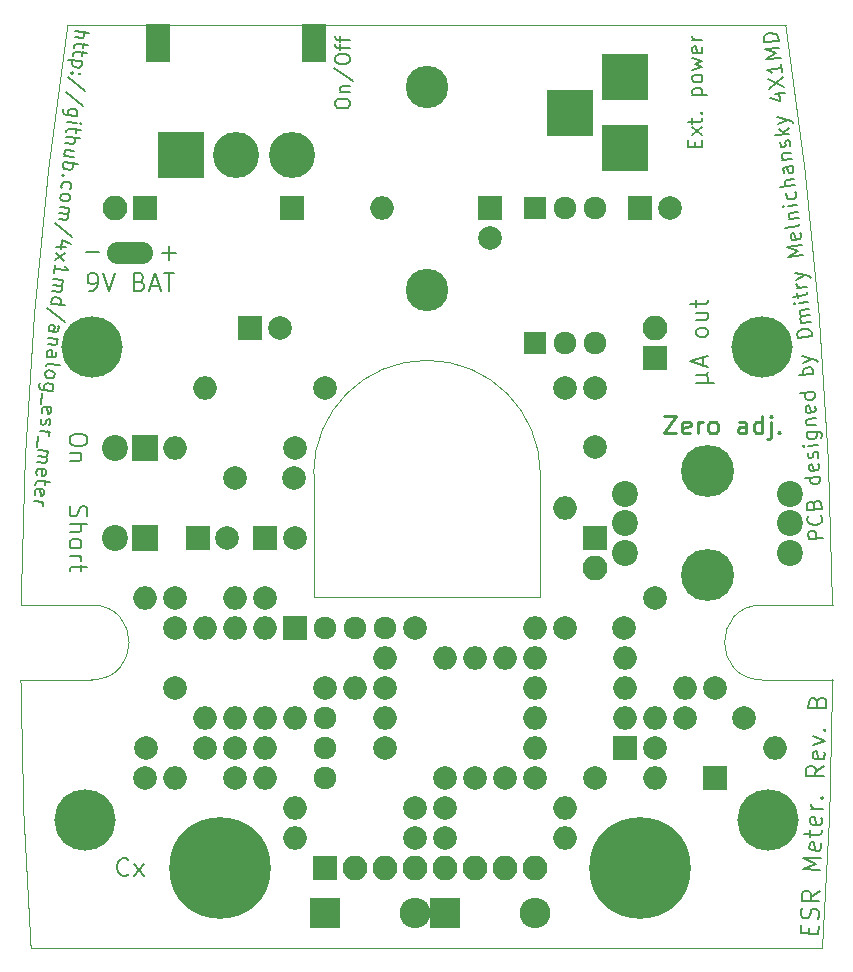
<source format=gbr>
G04 #@! TF.FileFunction,Soldermask,Top*
%FSLAX46Y46*%
G04 Gerber Fmt 4.6, Leading zero omitted, Abs format (unit mm)*
G04 Created by KiCad (PCBNEW 4.0.7-e2-6376~61~ubuntu18.04.1) date Fri Jan 25 16:45:17 2019*
%MOMM*%
%LPD*%
G01*
G04 APERTURE LIST*
%ADD10C,0.100000*%
%ADD11C,0.200000*%
%ADD12C,0.250000*%
%ADD13C,2.200000*%
%ADD14O,4.400000X4.400000*%
%ADD15C,5.200000*%
%ADD16R,2.200000X2.200000*%
%ADD17R,2.100000X2.100000*%
%ADD18O,2.100000X2.100000*%
%ADD19C,2.000000*%
%ADD20O,2.000000X2.000000*%
%ADD21C,1.924000*%
%ADD22R,2.000000X2.000000*%
%ADD23C,1.920000*%
%ADD24R,1.920000X1.920000*%
%ADD25C,8.600000*%
%ADD26R,2.000000X3.250000*%
%ADD27R,3.900000X3.900000*%
%ADD28C,3.900000*%
%ADD29O,3.900000X1.900000*%
%ADD30R,2.600000X2.600000*%
%ADD31O,2.600000X2.600000*%
%ADD32C,3.600000*%
G04 APERTURE END LIST*
D10*
X153400000Y-76400000D02*
G75*
G03X143800000Y-86000000I0J-9600000D01*
G01*
X163000000Y-86000000D02*
G75*
G03X153400000Y-76400000I-9600000J0D01*
G01*
X143800000Y-96400000D02*
X143800000Y-86000000D01*
X163000000Y-96400000D02*
X163000000Y-86000000D01*
X143800000Y-96400000D02*
X163000000Y-96400000D01*
D11*
X123607304Y-48551869D02*
X124802737Y-48656456D01*
X123562481Y-49064198D02*
X124188660Y-49118982D01*
X124307491Y-49072017D01*
X124374378Y-48963146D01*
X124389318Y-48792371D01*
X124342354Y-48673539D01*
X124290408Y-48611633D01*
X124324574Y-49532401D02*
X124284732Y-49987804D01*
X124708111Y-49738039D02*
X123683453Y-49648393D01*
X123564623Y-49695358D01*
X123497737Y-49804229D01*
X123487776Y-49918080D01*
X124264810Y-50215505D02*
X124224968Y-50670909D01*
X124648347Y-50421143D02*
X123623689Y-50331497D01*
X123504859Y-50378462D01*
X123437973Y-50487333D01*
X123428012Y-50601184D01*
X124190105Y-51069386D02*
X122994672Y-50964799D01*
X124133180Y-51064405D02*
X124180145Y-51183237D01*
X124160224Y-51410938D01*
X124093337Y-51519809D01*
X124031431Y-51571754D01*
X123912600Y-51618719D01*
X123571048Y-51588837D01*
X123462178Y-51521951D01*
X123410233Y-51460045D01*
X123363268Y-51341214D01*
X123383189Y-51113512D01*
X123450075Y-51004642D01*
X123412375Y-52091204D02*
X123350469Y-52143150D01*
X123298524Y-52081244D01*
X123360429Y-52029299D01*
X123412375Y-52091204D01*
X123298524Y-52081244D01*
X124038554Y-52145988D02*
X123976648Y-52197933D01*
X123924703Y-52136027D01*
X123986609Y-52084082D01*
X124038554Y-52145988D01*
X123924703Y-52136027D01*
X124426374Y-53613947D02*
X122979034Y-52454821D01*
X124316807Y-54866306D02*
X122869467Y-53707180D01*
X123781719Y-55737270D02*
X122813986Y-55652605D01*
X122705116Y-55585718D01*
X122653171Y-55523813D01*
X122606206Y-55404982D01*
X122621147Y-55234205D01*
X122688033Y-55125335D01*
X123041688Y-55672526D02*
X122994723Y-55553695D01*
X123014645Y-55325993D01*
X123081531Y-55217123D01*
X123143437Y-55165177D01*
X123262267Y-55118212D01*
X123603820Y-55148094D01*
X123712690Y-55214981D01*
X123764636Y-55276886D01*
X123811600Y-55395718D01*
X123791679Y-55623419D01*
X123724793Y-55732290D01*
X122934960Y-56236799D02*
X123731915Y-56306524D01*
X124130393Y-56341386D02*
X124078448Y-56279480D01*
X124016542Y-56331425D01*
X124068487Y-56393331D01*
X124130393Y-56341386D01*
X124016542Y-56331425D01*
X123697053Y-56705003D02*
X123657210Y-57160406D01*
X124080590Y-56910641D02*
X123055932Y-56820995D01*
X122937101Y-56867960D01*
X122870215Y-56976830D01*
X122860254Y-57090681D01*
X122825392Y-57489158D02*
X124020826Y-57593745D01*
X122780569Y-58001487D02*
X123406748Y-58056271D01*
X123525580Y-58009306D01*
X123592466Y-57900435D01*
X123607407Y-57729660D01*
X123560442Y-57610828D01*
X123508497Y-57548922D01*
X123482899Y-59152794D02*
X122685943Y-59083070D01*
X123527722Y-58640466D02*
X122901542Y-58585682D01*
X122782711Y-58632647D01*
X122715825Y-58741518D01*
X122700884Y-58912293D01*
X122747849Y-59031125D01*
X122799794Y-59093031D01*
X122636140Y-59652323D02*
X123831574Y-59756910D01*
X123376170Y-59717068D02*
X123423135Y-59835899D01*
X123403214Y-60063600D01*
X123336327Y-60172471D01*
X123274422Y-60224416D01*
X123155590Y-60271381D01*
X122814038Y-60241499D01*
X122705168Y-60174613D01*
X122653223Y-60112707D01*
X122606258Y-59993876D01*
X122626179Y-59766175D01*
X122693065Y-59657304D01*
X122655365Y-60743867D02*
X122593459Y-60795812D01*
X122541514Y-60733906D01*
X122603420Y-60681961D01*
X122655365Y-60743867D01*
X122541514Y-60733906D01*
X122503813Y-61820470D02*
X122456848Y-61701638D01*
X122476769Y-61473937D01*
X122543656Y-61365066D01*
X122605561Y-61313121D01*
X122724392Y-61266156D01*
X123065944Y-61296038D01*
X123174815Y-61362924D01*
X123226760Y-61424830D01*
X123273725Y-61543662D01*
X123253804Y-61771363D01*
X123186918Y-61880234D01*
X122387123Y-62498594D02*
X122454010Y-62389723D01*
X122515916Y-62337778D01*
X122634746Y-62290813D01*
X122976298Y-62320695D01*
X123085169Y-62387581D01*
X123137114Y-62449487D01*
X123184079Y-62568319D01*
X123169138Y-62739094D01*
X123102252Y-62847965D01*
X123040346Y-62899910D01*
X122921515Y-62946875D01*
X122579962Y-62916993D01*
X122471093Y-62850107D01*
X122419147Y-62788201D01*
X122372183Y-62669370D01*
X122387123Y-62498594D01*
X122307438Y-63409400D02*
X123104394Y-63479125D01*
X122990543Y-63469164D02*
X123042488Y-63531070D01*
X123089453Y-63649901D01*
X123074512Y-63820677D01*
X123007626Y-63929548D01*
X122888794Y-63976513D01*
X122262615Y-63921729D01*
X122888794Y-63976513D02*
X122997665Y-64043399D01*
X123044630Y-64162230D01*
X123029689Y-64333006D01*
X122962803Y-64441877D01*
X122843971Y-64488842D01*
X122217792Y-64434058D01*
X123345643Y-65966760D02*
X121898303Y-64807634D01*
X122810555Y-66837724D02*
X122013599Y-66768000D01*
X123290860Y-66592940D02*
X122461880Y-66233607D01*
X122397136Y-66973639D01*
X121968776Y-67280329D02*
X122710948Y-67976232D01*
X122765732Y-67350053D02*
X121913992Y-67906508D01*
X121819366Y-68988091D02*
X121879130Y-68304986D01*
X121849248Y-68646539D02*
X123044682Y-68751126D01*
X122883866Y-68622334D01*
X122779976Y-68498522D01*
X122733011Y-68379691D01*
X121774543Y-69500419D02*
X122571499Y-69570144D01*
X122457648Y-69560183D02*
X122509593Y-69622089D01*
X122556558Y-69740921D01*
X122541617Y-69911696D01*
X122474731Y-70020567D01*
X122355899Y-70067532D01*
X121729720Y-70012748D01*
X122355899Y-70067532D02*
X122464770Y-70134418D01*
X122511735Y-70253250D01*
X122496794Y-70424025D01*
X122429908Y-70532896D01*
X122311076Y-70579861D01*
X121684897Y-70525077D01*
X121590271Y-71606660D02*
X122785705Y-71711247D01*
X121647197Y-71611640D02*
X121600232Y-71492809D01*
X121620153Y-71265107D01*
X121687039Y-71156237D01*
X121748945Y-71104292D01*
X121867775Y-71057327D01*
X122209328Y-71087209D01*
X122318199Y-71154095D01*
X122370144Y-71216001D01*
X122417109Y-71334832D01*
X122397187Y-71562533D01*
X122330301Y-71671404D01*
X122718122Y-73139362D02*
X121270782Y-71980236D01*
X121386078Y-73940602D02*
X122012257Y-73995385D01*
X122131088Y-73948420D01*
X122197974Y-73839549D01*
X122217896Y-73611848D01*
X122170931Y-73493017D01*
X121443003Y-73945582D02*
X121396038Y-73826750D01*
X121420940Y-73542124D01*
X121487826Y-73433253D01*
X121606656Y-73386288D01*
X121720508Y-73396249D01*
X121829378Y-73463135D01*
X121876343Y-73581966D01*
X121851442Y-73866593D01*
X121898406Y-73985425D01*
X122133230Y-74579580D02*
X121336274Y-74509855D01*
X122019379Y-74569619D02*
X122071324Y-74631525D01*
X122118289Y-74750356D01*
X122103348Y-74921132D01*
X122036462Y-75030003D01*
X121917630Y-75076968D01*
X121291451Y-75022184D01*
X121196825Y-76103767D02*
X121823004Y-76158550D01*
X121941836Y-76111585D01*
X122008722Y-76002715D01*
X122028643Y-75775013D01*
X121981678Y-75656182D01*
X121253751Y-76108747D02*
X121206786Y-75989915D01*
X121231687Y-75705289D01*
X121298574Y-75596418D01*
X121417404Y-75549453D01*
X121531255Y-75559414D01*
X121640126Y-75626300D01*
X121687091Y-75745131D01*
X121662189Y-76029758D01*
X121709154Y-76148590D01*
X121132081Y-76843797D02*
X121198967Y-76734926D01*
X121317798Y-76687961D01*
X122342455Y-76777607D01*
X121077297Y-77469976D02*
X121144183Y-77361105D01*
X121206089Y-77309160D01*
X121324920Y-77262195D01*
X121666472Y-77292077D01*
X121775343Y-77358963D01*
X121827288Y-77420869D01*
X121874253Y-77539700D01*
X121859312Y-77710476D01*
X121792426Y-77819347D01*
X121730520Y-77871292D01*
X121611689Y-77918257D01*
X121270136Y-77888375D01*
X121161266Y-77821489D01*
X121109321Y-77759583D01*
X121062356Y-77640752D01*
X121077297Y-77469976D01*
X121749745Y-78962835D02*
X120782012Y-78878170D01*
X120673143Y-78811284D01*
X120621197Y-78749378D01*
X120574232Y-78630547D01*
X120589174Y-78459771D01*
X120656060Y-78350900D01*
X121009715Y-78898091D02*
X120962750Y-78779260D01*
X120982671Y-78551558D01*
X121049557Y-78442688D01*
X121111463Y-78390742D01*
X121230294Y-78343777D01*
X121571846Y-78373659D01*
X121680717Y-78440546D01*
X121732662Y-78502452D01*
X121779627Y-78621283D01*
X121759706Y-78848984D01*
X121692819Y-78957855D01*
X120814036Y-79167777D02*
X120734351Y-80078584D01*
X120840384Y-80833555D02*
X120793419Y-80714723D01*
X120813340Y-80487022D01*
X120880226Y-80378152D01*
X120999057Y-80331187D01*
X121454460Y-80371029D01*
X121563331Y-80437915D01*
X121610296Y-80556747D01*
X121590374Y-80784448D01*
X121523488Y-80893319D01*
X121404657Y-80940284D01*
X121290807Y-80930323D01*
X121226759Y-80351108D01*
X120795561Y-81345883D02*
X120728674Y-81454754D01*
X120708753Y-81682456D01*
X120755718Y-81801286D01*
X120864588Y-81868173D01*
X120921513Y-81873153D01*
X121040345Y-81826188D01*
X121107231Y-81717318D01*
X121122172Y-81546542D01*
X121189058Y-81437671D01*
X121307889Y-81390706D01*
X121364814Y-81395686D01*
X121473685Y-81462572D01*
X121520650Y-81581404D01*
X121505709Y-81752181D01*
X121438823Y-81861050D01*
X120648989Y-82365561D02*
X121445945Y-82435285D01*
X121218243Y-82415364D02*
X121327113Y-82482250D01*
X121379059Y-82544156D01*
X121426024Y-82662987D01*
X121416063Y-82776837D01*
X120495295Y-82811003D02*
X120415610Y-83721810D01*
X120504560Y-84016398D02*
X121301515Y-84086122D01*
X121187664Y-84076162D02*
X121239609Y-84138067D01*
X121286574Y-84256899D01*
X121271633Y-84427675D01*
X121204747Y-84536545D01*
X121085916Y-84583510D01*
X120459737Y-84528727D01*
X121085916Y-84583510D02*
X121194786Y-84650396D01*
X121241751Y-84769228D01*
X121226810Y-84940004D01*
X121159924Y-85048874D01*
X121041093Y-85095839D01*
X120414914Y-85041056D01*
X120382193Y-86070693D02*
X120335228Y-85951861D01*
X120355150Y-85724160D01*
X120422036Y-85615289D01*
X120540866Y-85568325D01*
X120996270Y-85608167D01*
X121105141Y-85675053D01*
X121152105Y-85793885D01*
X121132184Y-86021586D01*
X121065298Y-86130457D01*
X120946467Y-86177422D01*
X120832616Y-86167461D01*
X120768569Y-85588246D01*
X121087361Y-86533915D02*
X121047519Y-86989318D01*
X121470898Y-86739553D02*
X120446240Y-86649907D01*
X120327410Y-86696872D01*
X120260523Y-86805743D01*
X120250563Y-86919594D01*
X120232784Y-87778455D02*
X120185819Y-87659623D01*
X120205740Y-87431922D01*
X120272626Y-87323051D01*
X120391457Y-87276086D01*
X120846860Y-87315929D01*
X120955731Y-87382815D01*
X121002696Y-87501646D01*
X120982774Y-87729348D01*
X120915888Y-87838218D01*
X120797057Y-87885183D01*
X120683207Y-87875223D01*
X120619159Y-87296008D01*
X120126055Y-88342728D02*
X120923010Y-88412452D01*
X120695308Y-88392531D02*
X120804179Y-88459417D01*
X120856124Y-88521323D01*
X120903089Y-88640155D01*
X120893129Y-88754005D01*
X186963004Y-91479434D02*
X185715335Y-91555745D01*
X185686264Y-91080442D01*
X185738410Y-90957983D01*
X185794189Y-90894936D01*
X185909380Y-90828256D01*
X186087619Y-90817354D01*
X186210078Y-90869499D01*
X186273125Y-90925278D01*
X186339805Y-91040470D01*
X186368876Y-91515772D01*
X186724262Y-89526079D02*
X186787308Y-89581859D01*
X186857622Y-89756463D01*
X186864890Y-89875289D01*
X186816379Y-90057161D01*
X186704821Y-90183254D01*
X186589629Y-90249935D01*
X186355612Y-90323883D01*
X186177373Y-90334785D01*
X185936088Y-90289907D01*
X185813630Y-90237762D01*
X185687536Y-90126204D01*
X185617222Y-89951599D01*
X185609954Y-89832773D01*
X185658465Y-89650902D01*
X185714244Y-89587855D01*
X186131405Y-88608179D02*
X186179916Y-88426308D01*
X186235695Y-88363261D01*
X186350887Y-88296580D01*
X186529125Y-88285679D01*
X186651585Y-88337824D01*
X186714631Y-88393603D01*
X186781312Y-88508794D01*
X186810382Y-88984097D01*
X185562714Y-89060408D01*
X185537277Y-88644518D01*
X185589422Y-88522059D01*
X185645201Y-88459012D01*
X185760393Y-88392332D01*
X185879218Y-88385064D01*
X186001678Y-88437209D01*
X186064724Y-88492988D01*
X186131405Y-88608179D01*
X186156842Y-89024069D01*
X186643226Y-86251109D02*
X185395557Y-86327420D01*
X186583813Y-86254743D02*
X186650493Y-86369934D01*
X186665029Y-86607586D01*
X186612883Y-86730045D01*
X186557105Y-86793091D01*
X186441913Y-86859772D01*
X186085436Y-86881575D01*
X185962977Y-86829430D01*
X185899931Y-86773651D01*
X185833250Y-86658460D01*
X185818715Y-86420808D01*
X185870860Y-86298349D01*
X186518404Y-85185312D02*
X186585084Y-85300504D01*
X186599620Y-85538155D01*
X186547474Y-85660615D01*
X186432283Y-85727296D01*
X185956980Y-85756367D01*
X185834522Y-85704221D01*
X185767841Y-85589029D01*
X185753306Y-85351378D01*
X185805451Y-85228918D01*
X185920642Y-85162239D01*
X186039468Y-85154971D01*
X186194632Y-85741831D01*
X186485699Y-84650598D02*
X186537844Y-84528138D01*
X186523309Y-84290487D01*
X186456628Y-84175295D01*
X186334169Y-84123149D01*
X186274756Y-84126783D01*
X186159564Y-84193464D01*
X186107420Y-84315924D01*
X186118322Y-84494162D01*
X186066176Y-84616621D01*
X185950984Y-84683302D01*
X185891571Y-84686936D01*
X185769112Y-84634791D01*
X185702432Y-84519599D01*
X185691530Y-84341361D01*
X185743676Y-84218901D01*
X186479703Y-83577533D02*
X185647924Y-83628407D01*
X185232034Y-83653844D02*
X185295081Y-83709623D01*
X185350860Y-83646576D01*
X185287813Y-83590797D01*
X185232034Y-83653844D01*
X185350860Y-83646576D01*
X185578881Y-82499564D02*
X186588899Y-82437789D01*
X186711357Y-82489933D01*
X186774404Y-82545712D01*
X186841085Y-82660905D01*
X186851987Y-82839142D01*
X186799841Y-82961602D01*
X186351247Y-82452324D02*
X186417927Y-82567516D01*
X186432463Y-82805167D01*
X186380318Y-82927626D01*
X186324539Y-82990673D01*
X186209347Y-83057354D01*
X185852870Y-83079157D01*
X185730411Y-83027011D01*
X185667365Y-82971232D01*
X185600684Y-82856041D01*
X185586149Y-82618389D01*
X185638294Y-82495930D01*
X185542543Y-81905437D02*
X186374321Y-81854563D01*
X185661368Y-81898169D02*
X185598322Y-81842390D01*
X185531641Y-81727199D01*
X185520740Y-81548960D01*
X185572885Y-81426500D01*
X185688076Y-81359820D01*
X186341617Y-81319848D01*
X186216795Y-80254051D02*
X186283475Y-80369243D01*
X186298011Y-80606894D01*
X186245865Y-80729354D01*
X186130674Y-80796035D01*
X185655372Y-80825105D01*
X185532913Y-80772960D01*
X185466232Y-80657768D01*
X185451697Y-80420117D01*
X185503842Y-80297657D01*
X185619033Y-80230978D01*
X185737859Y-80223710D01*
X185893023Y-80810570D01*
X186207165Y-79121575D02*
X184959496Y-79197886D01*
X186147752Y-79125209D02*
X186214432Y-79240400D01*
X186228968Y-79478052D01*
X186176822Y-79600511D01*
X186121044Y-79663557D01*
X186005852Y-79730238D01*
X185649375Y-79752041D01*
X185526916Y-79699896D01*
X185463870Y-79644117D01*
X185397189Y-79528926D01*
X185382654Y-79291274D01*
X185434799Y-79168815D01*
X186112685Y-77576843D02*
X184865016Y-77653153D01*
X185340319Y-77624082D02*
X185273638Y-77508890D01*
X185259103Y-77271239D01*
X185311248Y-77148780D01*
X185367027Y-77085734D01*
X185482219Y-77019053D01*
X185838696Y-76997250D01*
X185961155Y-77049395D01*
X186024201Y-77105174D01*
X186090882Y-77220366D01*
X186105417Y-77458017D01*
X186053272Y-77580476D01*
X185219131Y-76617700D02*
X186032740Y-76269762D01*
X185182792Y-76023571D02*
X186032740Y-76269762D01*
X186337072Y-76370418D01*
X186400119Y-76426197D01*
X186466799Y-76541389D01*
X186024049Y-74364622D02*
X184782084Y-74506126D01*
X184748393Y-74210420D01*
X184787319Y-74026258D01*
X184892126Y-73894499D01*
X185003669Y-73821882D01*
X185233495Y-73735787D01*
X185410919Y-73715572D01*
X185654222Y-73747760D01*
X185779243Y-73793425D01*
X185911001Y-73898230D01*
X185990358Y-74068916D01*
X186024049Y-74364622D01*
X185882545Y-73122657D02*
X185054569Y-73216993D01*
X185172851Y-73203517D02*
X185106972Y-73151114D01*
X185034354Y-73039570D01*
X185014139Y-72862146D01*
X185059804Y-72737125D01*
X185171347Y-72664508D01*
X185821901Y-72590387D01*
X185171347Y-72664508D02*
X185046327Y-72618843D01*
X184973709Y-72507299D01*
X184953495Y-72329876D01*
X184999159Y-72204855D01*
X185110703Y-72132237D01*
X185761256Y-72058116D01*
X185693873Y-71466704D02*
X184865897Y-71561040D01*
X184451908Y-71608208D02*
X184517788Y-71660611D01*
X184570191Y-71594731D01*
X184504311Y-71542328D01*
X184451908Y-71608208D01*
X184570191Y-71594731D01*
X184818729Y-71147051D02*
X184764823Y-70673922D01*
X184384525Y-71016796D02*
X185449067Y-70895507D01*
X185560611Y-70822889D01*
X185606275Y-70697869D01*
X185592799Y-70579586D01*
X185545631Y-70165598D02*
X184717655Y-70259934D01*
X184954219Y-70232981D02*
X184829198Y-70187316D01*
X184763319Y-70134913D01*
X184690701Y-70023369D01*
X184677225Y-69905086D01*
X184643533Y-69609381D02*
X185437818Y-69219339D01*
X184576150Y-69017968D02*
X185437818Y-69219339D01*
X185747001Y-69303929D01*
X185812880Y-69356332D01*
X185885498Y-69467877D01*
X185242408Y-67504244D02*
X184000443Y-67645748D01*
X184840393Y-67130685D01*
X183906107Y-66817772D01*
X185148072Y-66676268D01*
X184967641Y-65618464D02*
X185040259Y-65730009D01*
X185067212Y-65966573D01*
X185021548Y-66091594D01*
X184910004Y-66164212D01*
X184436874Y-66218119D01*
X184311854Y-66172454D01*
X184239236Y-66060909D01*
X184212283Y-65824345D01*
X184257948Y-65699324D01*
X184369491Y-65626707D01*
X184487774Y-65613230D01*
X184673440Y-66191165D01*
X184939185Y-64842891D02*
X184893520Y-64967911D01*
X184781977Y-65040529D01*
X183717435Y-65161818D01*
X184057302Y-64464097D02*
X184885279Y-64369761D01*
X184175584Y-64450621D02*
X184109705Y-64398217D01*
X184037088Y-64286674D01*
X184016873Y-64109250D01*
X184062537Y-63984229D01*
X184174081Y-63911612D01*
X184824634Y-63837491D01*
X184757251Y-63246079D02*
X183929275Y-63340415D01*
X183515286Y-63387583D02*
X183581166Y-63439986D01*
X183633569Y-63374107D01*
X183567689Y-63321703D01*
X183515286Y-63387583D01*
X183633569Y-63374107D01*
X184570082Y-62129135D02*
X184642700Y-62240679D01*
X184669654Y-62477244D01*
X184623989Y-62602264D01*
X184571587Y-62668144D01*
X184460042Y-62740762D01*
X184105195Y-62781192D01*
X183980174Y-62735527D01*
X183914295Y-62683124D01*
X183841677Y-62571580D01*
X183814724Y-62335015D01*
X183860389Y-62209995D01*
X184568579Y-61590126D02*
X183326614Y-61731630D01*
X184507935Y-61057855D02*
X183857381Y-61131976D01*
X183745838Y-61204593D01*
X183700173Y-61329614D01*
X183720388Y-61507039D01*
X183793006Y-61618582D01*
X183858885Y-61670985D01*
X184379907Y-59934173D02*
X183729354Y-60008294D01*
X183617811Y-60080911D01*
X183572146Y-60205932D01*
X183599099Y-60442497D01*
X183671717Y-60554041D01*
X184320766Y-59940912D02*
X184393384Y-60052455D01*
X184427075Y-60348161D01*
X184381410Y-60473182D01*
X184269867Y-60545800D01*
X184151584Y-60559276D01*
X184026564Y-60513612D01*
X183953946Y-60402067D01*
X183920255Y-60106361D01*
X183847637Y-59994818D01*
X183484548Y-59437098D02*
X184312524Y-59342762D01*
X183602830Y-59423621D02*
X183536951Y-59371218D01*
X183464333Y-59259674D01*
X183444118Y-59082250D01*
X183489783Y-58957229D01*
X183601327Y-58884612D01*
X184251880Y-58810491D01*
X184132094Y-58284959D02*
X184177759Y-58159938D01*
X184150805Y-57923374D01*
X184078188Y-57811829D01*
X183953167Y-57766164D01*
X183894026Y-57772903D01*
X183782482Y-57845521D01*
X183736818Y-57970542D01*
X183757033Y-58147965D01*
X183711368Y-58272986D01*
X183599824Y-58345604D01*
X183540682Y-58352342D01*
X183415662Y-58306677D01*
X183343044Y-58195133D01*
X183322829Y-58017710D01*
X183368494Y-57892689D01*
X184069946Y-57213679D02*
X182827981Y-57355183D01*
X183583340Y-57149303D02*
X184016040Y-56740549D01*
X183188063Y-56834885D02*
X183715099Y-57254109D01*
X183140896Y-56420898D02*
X183935180Y-56030856D01*
X183073513Y-55829485D02*
X183935180Y-56030856D01*
X184244363Y-56115446D01*
X184310242Y-56167849D01*
X184382860Y-56279393D01*
X182851149Y-53877826D02*
X183679125Y-53783491D01*
X182411711Y-54227439D02*
X183332521Y-54422070D01*
X183244923Y-53653234D01*
X182376516Y-53392724D02*
X183524145Y-52423243D01*
X182282180Y-52564747D02*
X183618481Y-53251220D01*
X183396117Y-51299561D02*
X183476977Y-52009255D01*
X183436547Y-51654408D02*
X182194582Y-51795912D01*
X182385483Y-51893980D01*
X182517241Y-51998785D01*
X182589859Y-52110330D01*
X183335473Y-50767291D02*
X182093508Y-50908795D01*
X182933458Y-50393732D01*
X181999172Y-50080818D01*
X183241137Y-49939314D01*
X183173754Y-49347903D02*
X181931789Y-49489407D01*
X181898098Y-49193701D01*
X181937024Y-49009538D01*
X182041830Y-48877780D01*
X182153374Y-48805162D01*
X182383200Y-48719068D01*
X182560624Y-48698853D01*
X182803927Y-48731041D01*
X182928948Y-48776706D01*
X183060706Y-48881511D01*
X183140063Y-49052197D01*
X183173754Y-49347903D01*
X185745174Y-124954476D02*
X185762623Y-124454780D01*
X186555337Y-124268046D02*
X186530409Y-124981897D01*
X185031323Y-124929548D01*
X185056251Y-124215697D01*
X186503895Y-123694473D02*
X186582758Y-123482811D01*
X186595222Y-123125885D01*
X186528824Y-122980622D01*
X186459931Y-122906744D01*
X186319654Y-122830374D01*
X186176884Y-122825388D01*
X186031621Y-122891787D01*
X185957743Y-122960680D01*
X185881373Y-123100957D01*
X185800016Y-123384004D01*
X185723646Y-123524282D01*
X185649767Y-123593174D01*
X185504505Y-123659574D01*
X185361735Y-123654588D01*
X185221457Y-123578217D01*
X185152565Y-123504340D01*
X185086165Y-123359076D01*
X185098629Y-123002151D01*
X185177493Y-122790489D01*
X186657543Y-121341259D02*
X185926243Y-121816026D01*
X186627629Y-122197880D02*
X185128543Y-122145531D01*
X185148485Y-121574451D01*
X185224857Y-121434173D01*
X185298735Y-121365281D01*
X185443998Y-121298881D01*
X185658152Y-121306359D01*
X185798430Y-121382731D01*
X185867322Y-121456608D01*
X185933722Y-121601872D01*
X185913779Y-122172952D01*
X186719863Y-119556633D02*
X185220777Y-119504284D01*
X186309003Y-119041980D01*
X185255677Y-118504893D01*
X186754763Y-118557242D01*
X186728249Y-117269818D02*
X186794648Y-117415081D01*
X186784677Y-117700621D01*
X186708307Y-117840898D01*
X186563044Y-117907298D01*
X185991963Y-117887356D01*
X185851686Y-117810984D01*
X185785286Y-117665722D01*
X185795257Y-117380182D01*
X185871628Y-117239904D01*
X186016891Y-117173505D01*
X186159661Y-117178490D01*
X186277503Y-117897327D01*
X185817693Y-116737716D02*
X185837635Y-116166635D01*
X185325476Y-116506111D02*
X186610408Y-116550982D01*
X186755670Y-116484583D01*
X186832040Y-116344305D01*
X186837026Y-116201535D01*
X186803034Y-115128267D02*
X186869433Y-115273529D01*
X186859461Y-115559069D01*
X186783091Y-115699347D01*
X186637829Y-115765746D01*
X186066748Y-115745804D01*
X185926471Y-115669433D01*
X185860071Y-115524170D01*
X185870042Y-115238630D01*
X185946413Y-115098353D01*
X186091676Y-115031953D01*
X186234446Y-115036939D01*
X186352288Y-115755775D01*
X186899347Y-114416909D02*
X185899956Y-114382009D01*
X186185497Y-114391980D02*
X186045220Y-114315610D01*
X185976327Y-114241732D01*
X185909927Y-114096469D01*
X185914913Y-113953699D01*
X186788983Y-113483918D02*
X186862862Y-113415026D01*
X186931753Y-113488903D01*
X186857876Y-113557796D01*
X186788983Y-113483918D01*
X186931753Y-113488903D01*
X187026480Y-110776271D02*
X186295181Y-111251038D01*
X186996567Y-111632892D02*
X185497480Y-111580542D01*
X185517423Y-111009462D01*
X185593794Y-110869184D01*
X185667672Y-110800293D01*
X185812935Y-110733893D01*
X186027090Y-110741371D01*
X186167368Y-110817742D01*
X186236259Y-110891620D01*
X186302659Y-111036884D01*
X186282717Y-111607963D01*
X186997474Y-109560233D02*
X187063873Y-109705495D01*
X187053902Y-109991035D01*
X186977531Y-110131313D01*
X186832269Y-110197712D01*
X186261188Y-110177770D01*
X186120911Y-110101399D01*
X186054511Y-109956136D01*
X186064482Y-109670596D01*
X186140853Y-109530319D01*
X186286116Y-109463919D01*
X186428886Y-109468905D01*
X186546728Y-110187741D01*
X186089410Y-108956745D02*
X187101265Y-108634719D01*
X186114338Y-108242895D01*
X186990902Y-107701728D02*
X187064780Y-107632837D01*
X187133672Y-107706714D01*
X187059794Y-107775606D01*
X186990902Y-107701728D01*
X187133672Y-107706714D01*
X186430700Y-105323586D02*
X186509563Y-105111923D01*
X186583441Y-105043031D01*
X186728704Y-104976632D01*
X186942859Y-104984110D01*
X187083136Y-105060481D01*
X187152029Y-105134358D01*
X187218428Y-105279622D01*
X187198485Y-105850702D01*
X185699399Y-105798353D01*
X185716849Y-105298657D01*
X185793220Y-105158380D01*
X185867098Y-105089488D01*
X186012361Y-105023089D01*
X186155131Y-105028074D01*
X186295408Y-105104445D01*
X186364301Y-105178323D01*
X186430700Y-105323586D01*
X186413250Y-105823281D01*
X128127143Y-119915714D02*
X128055714Y-119987143D01*
X127841428Y-120058571D01*
X127698571Y-120058571D01*
X127484286Y-119987143D01*
X127341428Y-119844286D01*
X127270000Y-119701429D01*
X127198571Y-119415714D01*
X127198571Y-119201429D01*
X127270000Y-118915714D01*
X127341428Y-118772857D01*
X127484286Y-118630000D01*
X127698571Y-118558571D01*
X127841428Y-118558571D01*
X128055714Y-118630000D01*
X128127143Y-118701429D01*
X128627143Y-120058571D02*
X129412857Y-119058571D01*
X128627143Y-119058571D02*
X129412857Y-120058571D01*
X123217857Y-88761429D02*
X123146429Y-88975715D01*
X123146429Y-89332858D01*
X123217857Y-89475715D01*
X123289286Y-89547144D01*
X123432143Y-89618572D01*
X123575000Y-89618572D01*
X123717857Y-89547144D01*
X123789286Y-89475715D01*
X123860714Y-89332858D01*
X123932143Y-89047144D01*
X124003571Y-88904286D01*
X124075000Y-88832858D01*
X124217857Y-88761429D01*
X124360714Y-88761429D01*
X124503571Y-88832858D01*
X124575000Y-88904286D01*
X124646429Y-89047144D01*
X124646429Y-89404286D01*
X124575000Y-89618572D01*
X123146429Y-90261429D02*
X124646429Y-90261429D01*
X123146429Y-90904286D02*
X123932143Y-90904286D01*
X124075000Y-90832857D01*
X124146429Y-90690000D01*
X124146429Y-90475715D01*
X124075000Y-90332857D01*
X124003571Y-90261429D01*
X123146429Y-91832858D02*
X123217857Y-91690000D01*
X123289286Y-91618572D01*
X123432143Y-91547143D01*
X123860714Y-91547143D01*
X124003571Y-91618572D01*
X124075000Y-91690000D01*
X124146429Y-91832858D01*
X124146429Y-92047143D01*
X124075000Y-92190000D01*
X124003571Y-92261429D01*
X123860714Y-92332858D01*
X123432143Y-92332858D01*
X123289286Y-92261429D01*
X123217857Y-92190000D01*
X123146429Y-92047143D01*
X123146429Y-91832858D01*
X123146429Y-92975715D02*
X124146429Y-92975715D01*
X123860714Y-92975715D02*
X124003571Y-93047143D01*
X124075000Y-93118572D01*
X124146429Y-93261429D01*
X124146429Y-93404286D01*
X124146429Y-93690000D02*
X124146429Y-94261429D01*
X124646429Y-93904286D02*
X123360714Y-93904286D01*
X123217857Y-93975714D01*
X123146429Y-94118572D01*
X123146429Y-94261429D01*
X124646429Y-82998571D02*
X124646429Y-83284285D01*
X124575000Y-83427143D01*
X124432143Y-83570000D01*
X124146429Y-83641428D01*
X123646429Y-83641428D01*
X123360714Y-83570000D01*
X123217857Y-83427143D01*
X123146429Y-83284285D01*
X123146429Y-82998571D01*
X123217857Y-82855714D01*
X123360714Y-82712857D01*
X123646429Y-82641428D01*
X124146429Y-82641428D01*
X124432143Y-82712857D01*
X124575000Y-82855714D01*
X124646429Y-82998571D01*
X124146429Y-84284286D02*
X123146429Y-84284286D01*
X124003571Y-84284286D02*
X124075000Y-84355714D01*
X124146429Y-84498572D01*
X124146429Y-84712857D01*
X124075000Y-84855714D01*
X123932143Y-84927143D01*
X123146429Y-84927143D01*
X176208571Y-78358571D02*
X177708571Y-78358571D01*
X176994286Y-77644285D02*
X177137143Y-77572857D01*
X177208571Y-77430000D01*
X176994286Y-78358571D02*
X177137143Y-78287143D01*
X177208571Y-78144285D01*
X177208571Y-77858571D01*
X177137143Y-77715714D01*
X176994286Y-77644285D01*
X176208571Y-77644285D01*
X176780000Y-76858571D02*
X176780000Y-76144285D01*
X177208571Y-77001428D02*
X175708571Y-76501428D01*
X177208571Y-76001428D01*
X177208571Y-74144285D02*
X177137143Y-74287143D01*
X177065714Y-74358571D01*
X176922857Y-74430000D01*
X176494286Y-74430000D01*
X176351429Y-74358571D01*
X176280000Y-74287143D01*
X176208571Y-74144285D01*
X176208571Y-73930000D01*
X176280000Y-73787143D01*
X176351429Y-73715714D01*
X176494286Y-73644285D01*
X176922857Y-73644285D01*
X177065714Y-73715714D01*
X177137143Y-73787143D01*
X177208571Y-73930000D01*
X177208571Y-74144285D01*
X176208571Y-72358571D02*
X177208571Y-72358571D01*
X176208571Y-73001428D02*
X176994286Y-73001428D01*
X177137143Y-72930000D01*
X177208571Y-72787142D01*
X177208571Y-72572857D01*
X177137143Y-72430000D01*
X177065714Y-72358571D01*
X176208571Y-71858571D02*
X176208571Y-71287142D01*
X175708571Y-71644285D02*
X176994286Y-71644285D01*
X177137143Y-71572857D01*
X177208571Y-71429999D01*
X177208571Y-71287142D01*
X124805715Y-70528571D02*
X125091430Y-70528571D01*
X125234287Y-70457143D01*
X125305715Y-70385714D01*
X125448573Y-70171429D01*
X125520001Y-69885714D01*
X125520001Y-69314286D01*
X125448573Y-69171429D01*
X125377144Y-69100000D01*
X125234287Y-69028571D01*
X124948573Y-69028571D01*
X124805715Y-69100000D01*
X124734287Y-69171429D01*
X124662858Y-69314286D01*
X124662858Y-69671429D01*
X124734287Y-69814286D01*
X124805715Y-69885714D01*
X124948573Y-69957143D01*
X125234287Y-69957143D01*
X125377144Y-69885714D01*
X125448573Y-69814286D01*
X125520001Y-69671429D01*
X125948572Y-69028571D02*
X126448572Y-70528571D01*
X126948572Y-69028571D01*
X129091429Y-69742857D02*
X129305715Y-69814286D01*
X129377143Y-69885714D01*
X129448572Y-70028571D01*
X129448572Y-70242857D01*
X129377143Y-70385714D01*
X129305715Y-70457143D01*
X129162857Y-70528571D01*
X128591429Y-70528571D01*
X128591429Y-69028571D01*
X129091429Y-69028571D01*
X129234286Y-69100000D01*
X129305715Y-69171429D01*
X129377143Y-69314286D01*
X129377143Y-69457143D01*
X129305715Y-69600000D01*
X129234286Y-69671429D01*
X129091429Y-69742857D01*
X128591429Y-69742857D01*
X130020000Y-70100000D02*
X130734286Y-70100000D01*
X129877143Y-70528571D02*
X130377143Y-69028571D01*
X130877143Y-70528571D01*
X131162857Y-69028571D02*
X132020000Y-69028571D01*
X131591429Y-70528571D02*
X131591429Y-69028571D01*
X125666428Y-67202857D02*
X124523571Y-67202857D01*
X131552143Y-67881428D02*
X131552143Y-66738571D01*
X132123571Y-67310000D02*
X130980714Y-67310000D01*
X176059714Y-58334095D02*
X176059714Y-57917428D01*
X176714476Y-57738857D02*
X176714476Y-58334095D01*
X175464476Y-58334095D01*
X175464476Y-57738857D01*
X176714476Y-57322191D02*
X175881143Y-56667429D01*
X175881143Y-57322191D02*
X176714476Y-56667429D01*
X175881143Y-56369809D02*
X175881143Y-55893619D01*
X175464476Y-56191238D02*
X176535905Y-56191238D01*
X176654952Y-56131714D01*
X176714476Y-56012667D01*
X176714476Y-55893619D01*
X176595429Y-55476952D02*
X176654952Y-55417428D01*
X176714476Y-55476952D01*
X176654952Y-55536476D01*
X176595429Y-55476952D01*
X176714476Y-55476952D01*
X175881143Y-53929333D02*
X177131143Y-53929333D01*
X175940667Y-53929333D02*
X175881143Y-53810285D01*
X175881143Y-53572190D01*
X175940667Y-53453142D01*
X176000190Y-53393619D01*
X176119238Y-53334095D01*
X176476381Y-53334095D01*
X176595429Y-53393619D01*
X176654952Y-53453142D01*
X176714476Y-53572190D01*
X176714476Y-53810285D01*
X176654952Y-53929333D01*
X176714476Y-52619810D02*
X176654952Y-52738857D01*
X176595429Y-52798381D01*
X176476381Y-52857905D01*
X176119238Y-52857905D01*
X176000190Y-52798381D01*
X175940667Y-52738857D01*
X175881143Y-52619810D01*
X175881143Y-52441238D01*
X175940667Y-52322190D01*
X176000190Y-52262667D01*
X176119238Y-52203143D01*
X176476381Y-52203143D01*
X176595429Y-52262667D01*
X176654952Y-52322190D01*
X176714476Y-52441238D01*
X176714476Y-52619810D01*
X175881143Y-51786477D02*
X176714476Y-51548381D01*
X176119238Y-51310286D01*
X176714476Y-51072191D01*
X175881143Y-50834096D01*
X176654952Y-49881714D02*
X176714476Y-50000762D01*
X176714476Y-50238857D01*
X176654952Y-50357905D01*
X176535905Y-50417429D01*
X176059714Y-50417429D01*
X175940667Y-50357905D01*
X175881143Y-50238857D01*
X175881143Y-50000762D01*
X175940667Y-49881714D01*
X176059714Y-49822191D01*
X176178762Y-49822191D01*
X176297810Y-50417429D01*
X176714476Y-49286476D02*
X175881143Y-49286476D01*
X176119238Y-49286476D02*
X176000190Y-49226952D01*
X175940667Y-49167428D01*
X175881143Y-49048381D01*
X175881143Y-48929333D01*
X145619476Y-54778334D02*
X145619476Y-54540238D01*
X145679000Y-54421191D01*
X145798048Y-54302143D01*
X146036143Y-54242619D01*
X146452810Y-54242619D01*
X146690905Y-54302143D01*
X146809952Y-54421191D01*
X146869476Y-54540238D01*
X146869476Y-54778334D01*
X146809952Y-54897381D01*
X146690905Y-55016429D01*
X146452810Y-55075953D01*
X146036143Y-55075953D01*
X145798048Y-55016429D01*
X145679000Y-54897381D01*
X145619476Y-54778334D01*
X146036143Y-53706905D02*
X146869476Y-53706905D01*
X146155190Y-53706905D02*
X146095667Y-53647381D01*
X146036143Y-53528334D01*
X146036143Y-53349762D01*
X146095667Y-53230714D01*
X146214714Y-53171191D01*
X146869476Y-53171191D01*
X145559952Y-51683096D02*
X147167095Y-52754524D01*
X145619476Y-51028334D02*
X145619476Y-50790238D01*
X145679000Y-50671191D01*
X145798048Y-50552143D01*
X146036143Y-50492619D01*
X146452810Y-50492619D01*
X146690905Y-50552143D01*
X146809952Y-50671191D01*
X146869476Y-50790238D01*
X146869476Y-51028334D01*
X146809952Y-51147381D01*
X146690905Y-51266429D01*
X146452810Y-51325953D01*
X146036143Y-51325953D01*
X145798048Y-51266429D01*
X145679000Y-51147381D01*
X145619476Y-51028334D01*
X146036143Y-50135476D02*
X146036143Y-49659286D01*
X146869476Y-49956905D02*
X145798048Y-49956905D01*
X145679000Y-49897381D01*
X145619476Y-49778334D01*
X145619476Y-49659286D01*
X146036143Y-49421190D02*
X146036143Y-48945000D01*
X146869476Y-49242619D02*
X145798048Y-49242619D01*
X145679000Y-49183095D01*
X145619476Y-49064048D01*
X145619476Y-48945000D01*
D12*
X173506429Y-81093571D02*
X174506429Y-81093571D01*
X173506429Y-82593571D01*
X174506429Y-82593571D01*
X175649285Y-82522143D02*
X175506428Y-82593571D01*
X175220714Y-82593571D01*
X175077857Y-82522143D01*
X175006428Y-82379286D01*
X175006428Y-81807857D01*
X175077857Y-81665000D01*
X175220714Y-81593571D01*
X175506428Y-81593571D01*
X175649285Y-81665000D01*
X175720714Y-81807857D01*
X175720714Y-81950714D01*
X175006428Y-82093571D01*
X176363571Y-82593571D02*
X176363571Y-81593571D01*
X176363571Y-81879286D02*
X176434999Y-81736429D01*
X176506428Y-81665000D01*
X176649285Y-81593571D01*
X176792142Y-81593571D01*
X177506428Y-82593571D02*
X177363570Y-82522143D01*
X177292142Y-82450714D01*
X177220713Y-82307857D01*
X177220713Y-81879286D01*
X177292142Y-81736429D01*
X177363570Y-81665000D01*
X177506428Y-81593571D01*
X177720713Y-81593571D01*
X177863570Y-81665000D01*
X177934999Y-81736429D01*
X178006428Y-81879286D01*
X178006428Y-82307857D01*
X177934999Y-82450714D01*
X177863570Y-82522143D01*
X177720713Y-82593571D01*
X177506428Y-82593571D01*
X180434999Y-82593571D02*
X180434999Y-81807857D01*
X180363570Y-81665000D01*
X180220713Y-81593571D01*
X179934999Y-81593571D01*
X179792142Y-81665000D01*
X180434999Y-82522143D02*
X180292142Y-82593571D01*
X179934999Y-82593571D01*
X179792142Y-82522143D01*
X179720713Y-82379286D01*
X179720713Y-82236429D01*
X179792142Y-82093571D01*
X179934999Y-82022143D01*
X180292142Y-82022143D01*
X180434999Y-81950714D01*
X181792142Y-82593571D02*
X181792142Y-81093571D01*
X181792142Y-82522143D02*
X181649285Y-82593571D01*
X181363571Y-82593571D01*
X181220713Y-82522143D01*
X181149285Y-82450714D01*
X181077856Y-82307857D01*
X181077856Y-81879286D01*
X181149285Y-81736429D01*
X181220713Y-81665000D01*
X181363571Y-81593571D01*
X181649285Y-81593571D01*
X181792142Y-81665000D01*
X182506428Y-81593571D02*
X182506428Y-82879286D01*
X182434999Y-83022143D01*
X182292142Y-83093571D01*
X182220714Y-83093571D01*
X182506428Y-81093571D02*
X182434999Y-81165000D01*
X182506428Y-81236429D01*
X182577856Y-81165000D01*
X182506428Y-81093571D01*
X182506428Y-81236429D01*
X183220714Y-82450714D02*
X183292142Y-82522143D01*
X183220714Y-82593571D01*
X183149285Y-82522143D01*
X183220714Y-82450714D01*
X183220714Y-82593571D01*
D10*
X119038933Y-97119337D02*
G75*
G02X123000000Y-48000000I357321529J-4095632D01*
G01*
X183777337Y-48000000D02*
X123000000Y-48000000D01*
X183777337Y-48000000D02*
G75*
G02X187738404Y-97119337I-353360462J-53214969D01*
G01*
X181762789Y-97119337D02*
X187738404Y-97119337D01*
X181762789Y-103444787D02*
G75*
G02X181762789Y-97119337I0J3162725D01*
G01*
X187754918Y-103444786D02*
X181762789Y-103444786D01*
X187754919Y-103444787D02*
G75*
G02X186888669Y-126181137I-357338044J2229818D01*
G01*
X119888669Y-126181137D02*
X186888669Y-126181137D01*
X119888669Y-126181136D02*
G75*
G02X119022419Y-103444786I356471793J24966167D01*
G01*
X125014548Y-103444786D02*
X119022419Y-103444786D01*
X125014548Y-97119338D02*
G75*
G02X125014548Y-103444786I0J-3162724D01*
G01*
X119038933Y-97119337D02*
X125014548Y-97119337D01*
D13*
X184150000Y-87710000D03*
X184150000Y-90210000D03*
X184150000Y-92710000D03*
D14*
X177150000Y-85810000D03*
X177150000Y-94610000D03*
D15*
X124475000Y-115285000D03*
D16*
X129540000Y-91440000D03*
D13*
X127000000Y-91440000D03*
D16*
X129540000Y-83820000D03*
D13*
X127000000Y-83820000D03*
D17*
X144780000Y-119380000D03*
D18*
X147320000Y-119380000D03*
X149860000Y-119380000D03*
X152400000Y-119380000D03*
X154940000Y-119380000D03*
X157480000Y-119380000D03*
X160020000Y-119380000D03*
X162560000Y-119380000D03*
D19*
X149860000Y-104140000D03*
D20*
X149860000Y-101600000D03*
D21*
X147320000Y-99060000D03*
X144780000Y-99060000D03*
X149860000Y-99060000D03*
D13*
X170180000Y-87710000D03*
X170180000Y-90210000D03*
X170180000Y-92710000D03*
D14*
X177180000Y-85810000D03*
X177180000Y-94610000D03*
D21*
X144780000Y-109220000D03*
X144780000Y-106680000D03*
X144780000Y-111760000D03*
D22*
X133985000Y-91440000D03*
D19*
X136485000Y-91440000D03*
D22*
X139700000Y-91440000D03*
D19*
X142240000Y-91440000D03*
D22*
X138430000Y-73660000D03*
D19*
X140930000Y-73660000D03*
D22*
X158750000Y-63500000D03*
D19*
X158750000Y-66040000D03*
D22*
X141960000Y-63500000D03*
D20*
X149580000Y-63500000D03*
D17*
X129540000Y-63500000D03*
D18*
X127000000Y-63500000D03*
D19*
X152400000Y-116840000D03*
D20*
X142240000Y-116840000D03*
D19*
X154940000Y-116840000D03*
D20*
X165100000Y-116840000D03*
D19*
X152400000Y-114300000D03*
D20*
X142240000Y-114300000D03*
D19*
X154940000Y-114300000D03*
D20*
X165100000Y-114300000D03*
D19*
X165100000Y-78740000D03*
D20*
X165100000Y-88900000D03*
D19*
X172720000Y-96520000D03*
D20*
X172720000Y-106680000D03*
D17*
X172720000Y-76200000D03*
D18*
X172720000Y-73660000D03*
D23*
X165100000Y-74930000D03*
X167640000Y-74930000D03*
D24*
X162560000Y-74930000D03*
D19*
X134620000Y-109220000D03*
X129620000Y-109220000D03*
X167640000Y-78740000D03*
X167640000Y-83740000D03*
X165100000Y-99060000D03*
X170100000Y-99060000D03*
X175260000Y-106680000D03*
X180260000Y-106680000D03*
X137160000Y-86360000D03*
X142160000Y-86360000D03*
D22*
X142240000Y-99060000D03*
D20*
X134620000Y-106680000D03*
X139700000Y-99060000D03*
X137160000Y-106680000D03*
X137160000Y-99060000D03*
X139700000Y-106680000D03*
X134620000Y-99060000D03*
X142240000Y-106680000D03*
D22*
X170180000Y-109220000D03*
D20*
X162560000Y-101600000D03*
X170180000Y-106680000D03*
X162560000Y-104140000D03*
X170180000Y-104140000D03*
X162560000Y-106680000D03*
X170180000Y-101600000D03*
X162560000Y-109220000D03*
D19*
X132080000Y-104140000D03*
X132080000Y-99060000D03*
X162560000Y-111760000D03*
X167640000Y-111760000D03*
D25*
X135890000Y-119380000D03*
X171450000Y-119380000D03*
D26*
X130660000Y-49500000D03*
X143860000Y-49500000D03*
D27*
X132560000Y-59000000D03*
D28*
X137260000Y-59000000D03*
X141960000Y-59000000D03*
D19*
X129540000Y-111760000D03*
D20*
X132080000Y-111760000D03*
D19*
X137160000Y-111760000D03*
D20*
X139700000Y-111760000D03*
D19*
X137160000Y-109220000D03*
D20*
X139700000Y-109220000D03*
D19*
X144780000Y-104140000D03*
D20*
X147320000Y-104140000D03*
D19*
X149860000Y-109220000D03*
D20*
X149860000Y-106680000D03*
D19*
X157480000Y-111760000D03*
D20*
X157480000Y-101600000D03*
D19*
X154940000Y-111760000D03*
D20*
X154940000Y-101600000D03*
D19*
X152400000Y-99060000D03*
D20*
X162560000Y-99060000D03*
D16*
X129540000Y-91440000D03*
D13*
X127000000Y-91440000D03*
D16*
X129540000Y-83820000D03*
D13*
X127000000Y-83820000D03*
D19*
X132080000Y-96520000D03*
D20*
X129540000Y-96520000D03*
D19*
X139700000Y-96520000D03*
D20*
X137160000Y-96520000D03*
D19*
X177800000Y-104140000D03*
D20*
X175260000Y-104140000D03*
D19*
X160020000Y-111760000D03*
D20*
X160020000Y-101600000D03*
D19*
X144780000Y-78740000D03*
D20*
X134620000Y-78740000D03*
D27*
X170180000Y-58420000D03*
X170180000Y-52420000D03*
X165480000Y-55420000D03*
D22*
X177800000Y-111760000D03*
D20*
X172720000Y-111760000D03*
D19*
X172720000Y-109220000D03*
D20*
X182880000Y-109220000D03*
D29*
X128270000Y-67310000D03*
D22*
X171450000Y-63500000D03*
D19*
X173950000Y-63500000D03*
D23*
X165100000Y-63500000D03*
X167640000Y-63500000D03*
D24*
X162560000Y-63500000D03*
D19*
X142240000Y-83820000D03*
D20*
X132080000Y-83820000D03*
D30*
X144780000Y-123190000D03*
D31*
X152400000Y-123190000D03*
D30*
X154940000Y-123190000D03*
D31*
X162560000Y-123190000D03*
D17*
X167640000Y-91440000D03*
D18*
X167640000Y-93980000D03*
D15*
X125047600Y-75285000D03*
X181730000Y-75285000D03*
X182300000Y-115285000D03*
D32*
X153400000Y-70485000D03*
X153400000Y-53300000D03*
M02*

</source>
